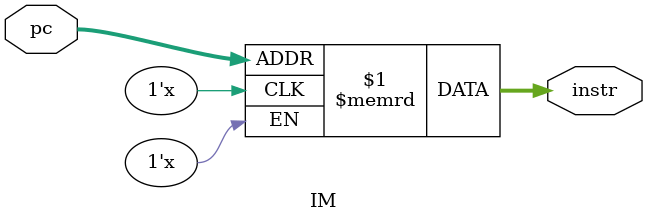
<source format=v>
module IM (
    input  [31:0] pc,
    output [31:0] instr
);
    // IM ÈÝÁ¿Îª 16KiB£¨4096 ¡Á 32bit£©
    // °´×ÖÑ°Ö·
    reg [31:0] inst_mem[11:0];

    assign instr = inst_mem[pc];

endmodule

</source>
